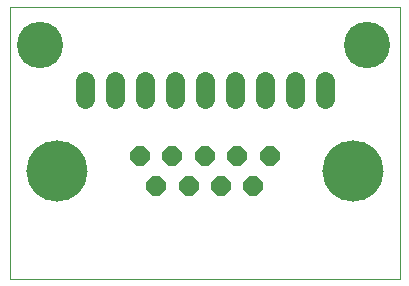
<source format=gbs>
G75*
%MOIN*%
%OFA0B0*%
%FSLAX24Y24*%
%IPPOS*%
%LPD*%
%AMOC8*
5,1,8,0,0,1.08239X$1,22.5*
%
%ADD10C,0.0000*%
%ADD11OC8,0.0640*%
%ADD12C,0.2040*%
%ADD13C,0.0640*%
%ADD14C,0.1542*%
D10*
X000480Y003580D02*
X000480Y012650D01*
X013472Y012650D01*
X013472Y003580D01*
X000480Y003580D01*
D11*
X004820Y007680D03*
X005900Y007680D03*
X006980Y007680D03*
X008060Y007680D03*
X009140Y007680D03*
X008600Y006680D03*
X007520Y006680D03*
X006440Y006680D03*
X005360Y006680D03*
D12*
X002050Y007180D03*
X011910Y007180D03*
D13*
X010980Y009580D02*
X010980Y010180D01*
X009980Y010180D02*
X009980Y009580D01*
X008980Y009580D02*
X008980Y010180D01*
X007980Y010180D02*
X007980Y009580D01*
X006980Y009580D02*
X006980Y010180D01*
X005980Y010180D02*
X005980Y009580D01*
X004980Y009580D02*
X004980Y010180D01*
X003980Y010180D02*
X003980Y009580D01*
X002980Y009580D02*
X002980Y010180D01*
D14*
X001480Y011380D03*
X012380Y011380D03*
M02*

</source>
